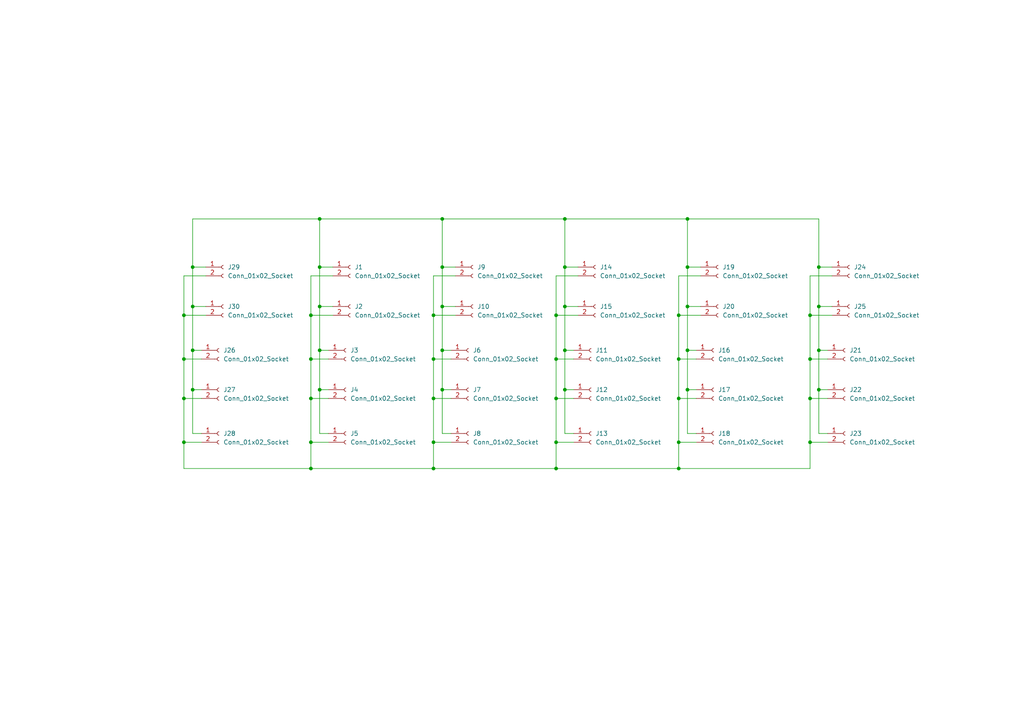
<source format=kicad_sch>
(kicad_sch (version 20250114) (generator "eeschema") (generator_version "9.0")
  (paper "A4")
  (title_block (title "JST Connector Board") (date "2025-08-25") (rev "0"))
  (lib_symbols
    (symbol "Connector:Conn_01x02_Socket" (pin_names (offset 1.016) (hide yes))
      (property "Reference" "J" (at 0 2.54 0))
      (property "Value" "Conn_01x02_Socket" (at 0 -5.08 0))
      (symbol "Conn_01x02_Socket_1_1"
        (polyline (pts (xy -1.27 0) (xy -0.508 0)) (stroke (width 0.1524)))
        (polyline (pts (xy -1.27 -2.54) (xy -0.508 -2.54)) (stroke (width 0.1524)))
        (arc (start 0 -0.508) (mid -0.5058 0) (end 0 0.508) (stroke (width 0.1524)))
        (arc (start 0 -3.048) (mid -0.5058 -2.54) (end 0 -2.032) (stroke (width 0.1524)))
        (pin passive line (at -5.08 0 0) (length 3.81) (name "Pin_1") (number "1"))
        (pin passive line (at -5.08 -2.54 0) (length 3.81) (name "Pin_2") (number "2"))
      )
    )
  )
  (junction (at 199.39 88.9))
  (junction (at 92.71 101.6))
  (junction (at 55.88 113.03))
  (junction (at 90.17 128.27))
  (junction (at 196.85 135.89))
  (junction (at 53.34 128.27))
  (junction (at 196.85 104.14))
  (junction (at 53.34 115.57))
  (junction (at 125.73 135.89))
  (junction (at 55.88 77.47))
  (junction (at 125.73 115.57))
  (junction (at 125.73 104.14))
  (junction (at 161.29 135.89))
  (junction (at 163.83 113.03))
  (junction (at 90.17 115.57))
  (junction (at 237.49 77.47))
  (junction (at 128.27 77.47))
  (junction (at 199.39 77.47))
  (junction (at 125.73 91.44))
  (junction (at 234.95 128.27))
  (junction (at 53.34 104.14))
  (junction (at 163.83 77.47))
  (junction (at 92.71 113.03))
  (junction (at 92.71 88.9))
  (junction (at 163.83 63.5))
  (junction (at 92.71 77.47))
  (junction (at 128.27 113.03))
  (junction (at 161.29 104.14))
  (junction (at 163.83 101.6))
  (junction (at 128.27 88.9))
  (junction (at 196.85 128.27))
  (junction (at 199.39 101.6))
  (junction (at 196.85 91.44))
  (junction (at 128.27 101.6))
  (junction (at 55.88 88.9))
  (junction (at 128.27 63.5))
  (junction (at 125.73 128.27))
  (junction (at 237.49 88.9))
  (junction (at 161.29 115.57))
  (junction (at 234.95 91.44))
  (junction (at 237.49 101.6))
  (junction (at 163.83 88.9))
  (junction (at 53.34 91.44))
  (junction (at 199.39 63.5))
  (junction (at 161.29 128.27))
  (junction (at 90.17 135.89))
  (junction (at 234.95 104.14))
  (junction (at 237.49 113.03))
  (junction (at 199.39 113.03))
  (junction (at 234.95 115.57))
  (junction (at 90.17 91.44))
  (junction (at 55.88 101.6))
  (junction (at 90.17 104.14))
  (junction (at 196.85 115.57))
  (junction (at 92.71 63.5))
  (junction (at 161.29 91.44))
  (wire (pts (xy 125.73 91.44) (xy 125.73 104.14)))
  (wire (pts (xy 234.95 104.14) (xy 234.95 115.57)))
  (wire (pts (xy 53.34 115.57) (xy 58.42 115.57)))
  (wire (pts (xy 161.29 135.89) (xy 196.85 135.89)))
  (wire (pts (xy 90.17 115.57) (xy 90.17 128.27)))
  (wire (pts (xy 196.85 135.89) (xy 234.95 135.89)))
  (wire (pts (xy 53.34 128.27) (xy 58.42 128.27)))
  (wire (pts (xy 125.73 91.44) (xy 132.08 91.44)))
  (wire (pts (xy 234.95 91.44) (xy 241.3 91.44)))
  (wire (pts (xy 128.27 113.03) (xy 128.27 125.73)))
  (wire (pts (xy 161.29 80.01) (xy 161.29 91.44)))
  (wire (pts (xy 92.71 88.9) (xy 92.71 101.6)))
  (wire (pts (xy 53.34 91.44) (xy 59.69 91.44)))
  (wire (pts (xy 96.52 77.47) (xy 92.71 77.47)))
  (wire (pts (xy 241.3 77.47) (xy 237.49 77.47)))
  (wire (pts (xy 59.69 80.01) (xy 53.34 80.01)))
  (wire (pts (xy 161.29 91.44) (xy 161.29 104.14)))
  (wire (pts (xy 203.2 77.47) (xy 199.39 77.47)))
  (wire (pts (xy 128.27 101.6) (xy 130.81 101.6)))
  (wire (pts (xy 92.71 101.6) (xy 92.71 113.03)))
  (wire (pts (xy 90.17 91.44) (xy 96.52 91.44)))
  (wire (pts (xy 196.85 91.44) (xy 196.85 104.14)))
  (wire (pts (xy 163.83 63.5) (xy 199.39 63.5)))
  (wire (pts (xy 199.39 77.47) (xy 199.39 63.5)))
  (wire (pts (xy 55.88 101.6) (xy 58.42 101.6)))
  (wire (pts (xy 161.29 104.14) (xy 166.37 104.14)))
  (wire (pts (xy 53.34 128.27) (xy 53.34 135.89)))
  (wire (pts (xy 234.95 104.14) (xy 240.03 104.14)))
  (wire (pts (xy 199.39 88.9) (xy 203.2 88.9)))
  (wire (pts (xy 167.64 77.47) (xy 163.83 77.47)))
  (wire (pts (xy 53.34 104.14) (xy 58.42 104.14)))
  (wire (pts (xy 234.95 135.89) (xy 234.95 128.27)))
  (wire (pts (xy 55.88 125.73) (xy 58.42 125.73)))
  (wire (pts (xy 199.39 77.47) (xy 199.39 88.9)))
  (wire (pts (xy 234.95 115.57) (xy 240.03 115.57)))
  (wire (pts (xy 92.71 63.5) (xy 92.71 77.47)))
  (wire (pts (xy 163.83 113.03) (xy 163.83 125.73)))
  (wire (pts (xy 163.83 88.9) (xy 167.64 88.9)))
  (wire (pts (xy 196.85 91.44) (xy 203.2 91.44)))
  (wire (pts (xy 90.17 115.57) (xy 95.25 115.57)))
  (wire (pts (xy 92.71 113.03) (xy 92.71 125.73)))
  (wire (pts (xy 55.88 77.47) (xy 55.88 63.5)))
  (wire (pts (xy 96.52 80.01) (xy 90.17 80.01)))
  (wire (pts (xy 55.88 113.03) (xy 58.42 113.03)))
  (wire (pts (xy 53.34 135.89) (xy 90.17 135.89)))
  (wire (pts (xy 128.27 63.5) (xy 128.27 77.47)))
  (wire (pts (xy 161.29 91.44) (xy 167.64 91.44)))
  (wire (pts (xy 199.39 113.03) (xy 201.93 113.03)))
  (wire (pts (xy 53.34 91.44) (xy 53.34 104.14)))
  (wire (pts (xy 237.49 113.03) (xy 240.03 113.03)))
  (wire (pts (xy 163.83 77.47) (xy 163.83 88.9)))
  (wire (pts (xy 92.71 77.47) (xy 92.71 88.9)))
  (wire (pts (xy 132.08 77.47) (xy 128.27 77.47)))
  (wire (pts (xy 125.73 115.57) (xy 125.73 128.27)))
  (wire (pts (xy 161.29 115.57) (xy 166.37 115.57)))
  (wire (pts (xy 55.88 101.6) (xy 55.88 113.03)))
  (wire (pts (xy 132.08 80.01) (xy 125.73 80.01)))
  (wire (pts (xy 59.69 77.47) (xy 55.88 77.47)))
  (wire (pts (xy 237.49 88.9) (xy 237.49 101.6)))
  (wire (pts (xy 161.29 128.27) (xy 161.29 135.89)))
  (wire (pts (xy 90.17 80.01) (xy 90.17 91.44)))
  (wire (pts (xy 234.95 80.01) (xy 234.95 91.44)))
  (wire (pts (xy 125.73 128.27) (xy 125.73 135.89)))
  (wire (pts (xy 199.39 125.73) (xy 201.93 125.73)))
  (wire (pts (xy 128.27 77.47) (xy 128.27 88.9)))
  (wire (pts (xy 237.49 88.9) (xy 241.3 88.9)))
  (wire (pts (xy 53.34 115.57) (xy 53.34 128.27)))
  (wire (pts (xy 161.29 104.14) (xy 161.29 115.57)))
  (wire (pts (xy 237.49 63.5) (xy 237.49 77.47)))
  (wire (pts (xy 128.27 101.6) (xy 128.27 113.03)))
  (wire (pts (xy 128.27 113.03) (xy 130.81 113.03)))
  (wire (pts (xy 234.95 115.57) (xy 234.95 128.27)))
  (wire (pts (xy 237.49 101.6) (xy 237.49 113.03)))
  (wire (pts (xy 199.39 101.6) (xy 201.93 101.6)))
  (wire (pts (xy 90.17 91.44) (xy 90.17 104.14)))
  (wire (pts (xy 234.95 91.44) (xy 234.95 104.14)))
  (wire (pts (xy 128.27 125.73) (xy 130.81 125.73)))
  (wire (pts (xy 92.71 63.5) (xy 128.27 63.5)))
  (wire (pts (xy 196.85 104.14) (xy 201.93 104.14)))
  (wire (pts (xy 163.83 113.03) (xy 166.37 113.03)))
  (wire (pts (xy 125.73 115.57) (xy 130.81 115.57)))
  (wire (pts (xy 92.71 101.6) (xy 95.25 101.6)))
  (wire (pts (xy 199.39 101.6) (xy 199.39 113.03)))
  (wire (pts (xy 125.73 128.27) (xy 130.81 128.27)))
  (wire (pts (xy 53.34 80.01) (xy 53.34 91.44)))
  (wire (pts (xy 125.73 104.14) (xy 125.73 115.57)))
  (wire (pts (xy 163.83 125.73) (xy 166.37 125.73)))
  (wire (pts (xy 237.49 113.03) (xy 237.49 125.73)))
  (wire (pts (xy 90.17 128.27) (xy 95.25 128.27)))
  (wire (pts (xy 125.73 135.89) (xy 161.29 135.89)))
  (wire (pts (xy 128.27 63.5) (xy 163.83 63.5)))
  (wire (pts (xy 199.39 88.9) (xy 199.39 101.6)))
  (wire (pts (xy 128.27 88.9) (xy 128.27 101.6)))
  (wire (pts (xy 167.64 80.01) (xy 161.29 80.01)))
  (wire (pts (xy 92.71 113.03) (xy 95.25 113.03)))
  (wire (pts (xy 241.3 80.01) (xy 234.95 80.01)))
  (wire (pts (xy 196.85 115.57) (xy 201.93 115.57)))
  (wire (pts (xy 163.83 63.5) (xy 163.83 77.47)))
  (wire (pts (xy 90.17 135.89) (xy 125.73 135.89)))
  (wire (pts (xy 125.73 80.01) (xy 125.73 91.44)))
  (wire (pts (xy 53.34 104.14) (xy 53.34 115.57)))
  (wire (pts (xy 90.17 104.14) (xy 90.17 115.57)))
  (wire (pts (xy 55.88 88.9) (xy 55.88 101.6)))
  (wire (pts (xy 90.17 104.14) (xy 95.25 104.14)))
  (wire (pts (xy 237.49 125.73) (xy 240.03 125.73)))
  (wire (pts (xy 163.83 101.6) (xy 163.83 113.03)))
  (wire (pts (xy 199.39 113.03) (xy 199.39 125.73)))
  (wire (pts (xy 196.85 128.27) (xy 201.93 128.27)))
  (wire (pts (xy 199.39 63.5) (xy 237.49 63.5)))
  (wire (pts (xy 92.71 88.9) (xy 96.52 88.9)))
  (wire (pts (xy 163.83 101.6) (xy 166.37 101.6)))
  (wire (pts (xy 234.95 128.27) (xy 240.03 128.27)))
  (wire (pts (xy 92.71 125.73) (xy 95.25 125.73)))
  (wire (pts (xy 196.85 80.01) (xy 196.85 91.44)))
  (wire (pts (xy 196.85 104.14) (xy 196.85 115.57)))
  (wire (pts (xy 203.2 80.01) (xy 196.85 80.01)))
  (wire (pts (xy 128.27 88.9) (xy 132.08 88.9)))
  (wire (pts (xy 237.49 101.6) (xy 240.03 101.6)))
  (wire (pts (xy 161.29 128.27) (xy 166.37 128.27)))
  (wire (pts (xy 161.29 115.57) (xy 161.29 128.27)))
  (wire (pts (xy 90.17 128.27) (xy 90.17 135.89)))
  (wire (pts (xy 163.83 88.9) (xy 163.83 101.6)))
  (wire (pts (xy 55.88 77.47) (xy 55.88 88.9)))
  (wire (pts (xy 55.88 113.03) (xy 55.88 125.73)))
  (wire (pts (xy 55.88 88.9) (xy 59.69 88.9)))
  (wire (pts (xy 196.85 115.57) (xy 196.85 128.27)))
  (wire (pts (xy 55.88 63.5) (xy 92.71 63.5)))
  (wire (pts (xy 237.49 77.47) (xy 237.49 88.9)))
  (wire (pts (xy 125.73 104.14) (xy 130.81 104.14)))
  (wire (pts (xy 196.85 128.27) (xy 196.85 135.89)))
  (symbol (lib_id "Connector:Conn_01x02_Socket") (at 171.45 101.6 0) (unit 1)
    (property "Reference" "J11" (at 172.72 101.5999 0) (effects (justify left)))
    (property "Value" "Conn_01x02_Socket" (at 172.72 104.1399 0) (effects (justify left)))
    (property "Footprint" "Custom:JST_Custom_Cursed" (effects (hide yes)))
    (property "Description" "Generic connector, single row, 01x02, script generated" (effects (hide yes)))
  )
  (symbol (lib_id "Connector:Conn_01x02_Socket") (at 100.33 101.6 0) (unit 1)
    (property "Reference" "J3" (at 101.6 101.5999 0) (effects (justify left)))
    (property "Value" "Conn_01x02_Socket" (at 101.6 104.1399 0) (effects (justify left)))
    (property "Footprint" "Custom:JST_Custom_Cursed" (effects (hide yes)))
    (property "Description" "Generic connector, single row, 01x02, script generated" (effects (hide yes)))
  )
  (symbol (lib_id "Connector:Conn_01x02_Socket") (at 100.33 113.03 0) (unit 1)
    (property "Reference" "J4" (at 101.6 113.0299 0) (effects (justify left)))
    (property "Value" "Conn_01x02_Socket" (at 101.6 115.5699 0) (effects (justify left)))
    (property "Footprint" "Custom:JST_Custom_Cursed" (effects (hide yes)))
    (property "Description" "Generic connector, single row, 01x02, script generated" (effects (hide yes)))
  )
  (symbol (lib_id "Connector:Conn_01x02_Socket") (at 245.11 101.6 0) (unit 1)
    (property "Reference" "J21" (at 246.38 101.5999 0) (effects (justify left)))
    (property "Value" "Conn_01x02_Socket" (at 246.38 104.1399 0) (effects (justify left)))
    (property "Footprint" "Custom:JST_Custom_Cursed" (effects (hide yes)))
    (property "Description" "Generic connector, single row, 01x02, script generated" (effects (hide yes)))
  )
  (symbol (lib_id "Connector:Conn_01x02_Socket") (at 137.16 77.47 0) (unit 1)
    (property "Reference" "J9" (at 138.43 77.4699 0) (effects (justify left)))
    (property "Value" "Conn_01x02_Socket" (at 138.43 80.0099 0) (effects (justify left)))
    (property "Footprint" "Custom:JST_Custom_Cursed" (effects (hide yes)))
    (property "Description" "Generic connector, single row, 01x02, script generated" (effects (hide yes)))
  )
  (symbol (lib_id "Connector:Conn_01x02_Socket") (at 100.33 125.73 0) (unit 1)
    (property "Reference" "J5" (at 101.6 125.7299 0) (effects (justify left)))
    (property "Value" "Conn_01x02_Socket" (at 101.6 128.2699 0) (effects (justify left)))
    (property "Footprint" "Custom:JST_Custom_Cursed" (effects (hide yes)))
    (property "Description" "Generic connector, single row, 01x02, script generated" (effects (hide yes)))
  )
  (symbol (lib_id "Connector:Conn_01x02_Socket") (at 208.28 88.9 0) (unit 1)
    (property "Reference" "J20" (at 209.55 88.8999 0) (effects (justify left)))
    (property "Value" "Conn_01x02_Socket" (at 209.55 91.4399 0) (effects (justify left)))
    (property "Footprint" "Custom:JST_Custom_Cursed" (effects (hide yes)))
    (property "Description" "Generic connector, single row, 01x02, script generated" (effects (hide yes)))
  )
  (symbol (lib_id "Connector:Conn_01x02_Socket") (at 63.5 125.73 0) (unit 1)
    (property "Reference" "J28" (at 64.77 125.7299 0) (effects (justify left)))
    (property "Value" "Conn_01x02_Socket" (at 64.77 128.2699 0) (effects (justify left)))
    (property "Footprint" "Custom:JST_Custom_Cursed" (effects (hide yes)))
    (property "Description" "Generic connector, single row, 01x02, script generated" (effects (hide yes)))
  )
  (symbol (lib_id "Connector:Conn_01x02_Socket") (at 63.5 101.6 0) (unit 1)
    (property "Reference" "J26" (at 64.77 101.5999 0) (effects (justify left)))
    (property "Value" "Conn_01x02_Socket" (at 64.77 104.1399 0) (effects (justify left)))
    (property "Footprint" "Custom:JST_Custom_Cursed" (effects (hide yes)))
    (property "Description" "Generic connector, single row, 01x02, script generated" (effects (hide yes)))
  )
  (symbol (lib_id "Connector:Conn_01x02_Socket") (at 101.6 88.9 0) (unit 1)
    (property "Reference" "J2" (at 102.87 88.8999 0) (effects (justify left)))
    (property "Value" "Conn_01x02_Socket" (at 102.87 91.4399 0) (effects (justify left)))
    (property "Footprint" "Custom:JST_Custom_Cursed" (effects (hide yes)))
    (property "Description" "Generic connector, single row, 01x02, script generated" (effects (hide yes)))
  )
  (symbol (lib_id "Connector:Conn_01x02_Socket") (at 137.16 88.9 0) (unit 1)
    (property "Reference" "J10" (at 138.43 88.8999 0) (effects (justify left)))
    (property "Value" "Conn_01x02_Socket" (at 138.43 91.4399 0) (effects (justify left)))
    (property "Footprint" "Custom:JST_Custom_Cursed" (effects (hide yes)))
    (property "Description" "Generic connector, single row, 01x02, script generated" (effects (hide yes)))
  )
  (symbol (lib_id "Connector:Conn_01x02_Socket") (at 171.45 113.03 0) (unit 1)
    (property "Reference" "J12" (at 172.72 113.0299 0) (effects (justify left)))
    (property "Value" "Conn_01x02_Socket" (at 172.72 115.5699 0) (effects (justify left)))
    (property "Footprint" "Custom:JST_Custom_Cursed" (effects (hide yes)))
    (property "Description" "Generic connector, single row, 01x02, script generated" (effects (hide yes)))
  )
  (symbol (lib_id "Connector:Conn_01x02_Socket") (at 172.72 77.47 0) (unit 1)
    (property "Reference" "J14" (at 173.99 77.4699 0) (effects (justify left)))
    (property "Value" "Conn_01x02_Socket" (at 173.99 80.0099 0) (effects (justify left)))
    (property "Footprint" "Custom:JST_Custom_Cursed" (effects (hide yes)))
    (property "Description" "Generic connector, single row, 01x02, script generated" (effects (hide yes)))
  )
  (symbol (lib_id "Connector:Conn_01x02_Socket") (at 101.6 77.47 0) (unit 1)
    (property "Reference" "J1" (at 102.87 77.4699 0) (effects (justify left)))
    (property "Value" "Conn_01x02_Socket" (at 102.87 80.0099 0) (effects (justify left)))
    (property "Footprint" "Custom:JST_Custom_Cursed" (effects (hide yes)))
    (property "Description" "Generic connector, single row, 01x02, script generated" (effects (hide yes)))
  )
  (symbol (lib_id "Connector:Conn_01x02_Socket") (at 245.11 113.03 0) (unit 1)
    (property "Reference" "J22" (at 246.38 113.0299 0) (effects (justify left)))
    (property "Value" "Conn_01x02_Socket" (at 246.38 115.5699 0) (effects (justify left)))
    (property "Footprint" "Custom:JST_Custom_Cursed" (effects (hide yes)))
    (property "Description" "Generic connector, single row, 01x02, script generated" (effects (hide yes)))
  )
  (symbol (lib_id "Connector:Conn_01x02_Socket") (at 207.01 125.73 0) (unit 1)
    (property "Reference" "J18" (at 208.28 125.7299 0) (effects (justify left)))
    (property "Value" "Conn_01x02_Socket" (at 208.28 128.2699 0) (effects (justify left)))
    (property "Footprint" "Custom:JST_Custom_Cursed" (effects (hide yes)))
    (property "Description" "Generic connector, single row, 01x02, script generated" (effects (hide yes)))
  )
  (symbol (lib_id "Connector:Conn_01x02_Socket") (at 208.28 77.47 0) (unit 1)
    (property "Reference" "J19" (at 209.55 77.4699 0) (effects (justify left)))
    (property "Value" "Conn_01x02_Socket" (at 209.55 80.0099 0) (effects (justify left)))
    (property "Footprint" "Custom:JST_Custom_Cursed" (effects (hide yes)))
    (property "Description" "Generic connector, single row, 01x02, script generated" (effects (hide yes)))
  )
  (symbol (lib_id "Connector:Conn_01x02_Socket") (at 245.11 125.73 0) (unit 1)
    (property "Reference" "J23" (at 246.38 125.7299 0) (effects (justify left)))
    (property "Value" "Conn_01x02_Socket" (at 246.38 128.2699 0) (effects (justify left)))
    (property "Footprint" "Custom:JST_Custom_Cursed" (effects (hide yes)))
    (property "Description" "Generic connector, single row, 01x02, script generated" (effects (hide yes)))
  )
  (symbol (lib_id "Connector:Conn_01x02_Socket") (at 246.38 88.9 0) (unit 1)
    (property "Reference" "J25" (at 247.65 88.8999 0) (effects (justify left)))
    (property "Value" "Conn_01x02_Socket" (at 247.65 91.4399 0) (effects (justify left)))
    (property "Footprint" "Custom:JST_Custom_Cursed" (effects (hide yes)))
    (property "Description" "Generic connector, single row, 01x02, script generated" (effects (hide yes)))
  )
  (symbol (lib_id "Connector:Conn_01x02_Socket") (at 172.72 88.9 0) (unit 1)
    (property "Reference" "J15" (at 173.99 88.8999 0) (effects (justify left)))
    (property "Value" "Conn_01x02_Socket" (at 173.99 91.4399 0) (effects (justify left)))
    (property "Footprint" "Custom:JST_Custom_Cursed" (effects (hide yes)))
    (property "Description" "Generic connector, single row, 01x02, script generated" (effects (hide yes)))
  )
  (symbol (lib_id "Connector:Conn_01x02_Socket") (at 246.38 77.47 0) (unit 1)
    (property "Reference" "J24" (at 247.65 77.4699 0) (effects (justify left)))
    (property "Value" "Conn_01x02_Socket" (at 247.65 80.0099 0) (effects (justify left)))
    (property "Footprint" "Custom:JST_Custom_Cursed" (effects (hide yes)))
    (property "Description" "Generic connector, single row, 01x02, script generated" (effects (hide yes)))
  )
  (symbol (lib_id "Connector:Conn_01x02_Socket") (at 64.77 88.9 0) (unit 1)
    (property "Reference" "J30" (at 66.04 88.8999 0) (effects (justify left)))
    (property "Value" "Conn_01x02_Socket" (at 66.04 91.4399 0) (effects (justify left)))
    (property "Footprint" "Custom:JST_Custom_Cursed" (effects (hide yes)))
    (property "Description" "Generic connector, single row, 01x02, script generated" (effects (hide yes)))
  )
  (symbol (lib_id "Connector:Conn_01x02_Socket") (at 171.45 125.73 0) (unit 1)
    (property "Reference" "J13" (at 172.72 125.7299 0) (effects (justify left)))
    (property "Value" "Conn_01x02_Socket" (at 172.72 128.2699 0) (effects (justify left)))
    (property "Footprint" "Custom:JST_Custom_Cursed" (effects (hide yes)))
    (property "Description" "Generic connector, single row, 01x02, script generated" (effects (hide yes)))
  )
  (symbol (lib_id "Connector:Conn_01x02_Socket") (at 135.89 125.73 0) (unit 1)
    (property "Reference" "J8" (at 137.16 125.7299 0) (effects (justify left)))
    (property "Value" "Conn_01x02_Socket" (at 137.16 128.2699 0) (effects (justify left)))
    (property "Footprint" "Custom:JST_Custom_Cursed" (effects (hide yes)))
    (property "Description" "Generic connector, single row, 01x02, script generated" (effects (hide yes)))
  )
  (symbol (lib_id "Connector:Conn_01x02_Socket") (at 207.01 101.6 0) (unit 1)
    (property "Reference" "J16" (at 208.28 101.5999 0) (effects (justify left)))
    (property "Value" "Conn_01x02_Socket" (at 208.28 104.1399 0) (effects (justify left)))
    (property "Footprint" "Custom:JST_Custom_Cursed" (effects (hide yes)))
    (property "Description" "Generic connector, single row, 01x02, script generated" (effects (hide yes)))
  )
  (symbol (lib_id "Connector:Conn_01x02_Socket") (at 63.5 113.03 0) (unit 1)
    (property "Reference" "J27" (at 64.77 113.0299 0) (effects (justify left)))
    (property "Value" "Conn_01x02_Socket" (at 64.77 115.5699 0) (effects (justify left)))
    (property "Footprint" "Custom:JST_Custom_Cursed" (effects (hide yes)))
    (property "Description" "Generic connector, single row, 01x02, script generated" (effects (hide yes)))
  )
  (symbol (lib_id "Connector:Conn_01x02_Socket") (at 207.01 113.03 0) (unit 1)
    (property "Reference" "J17" (at 208.28 113.0299 0) (effects (justify left)))
    (property "Value" "Conn_01x02_Socket" (at 208.28 115.5699 0) (effects (justify left)))
    (property "Footprint" "Custom:JST_Custom_Cursed" (effects (hide yes)))
    (property "Description" "Generic connector, single row, 01x02, script generated" (effects (hide yes)))
  )
  (symbol (lib_id "Connector:Conn_01x02_Socket") (at 64.77 77.47 0) (unit 1)
    (property "Reference" "J29" (at 66.04 77.4699 0) (effects (justify left)))
    (property "Value" "Conn_01x02_Socket" (at 66.04 80.0099 0) (effects (justify left)))
    (property "Footprint" "Custom:JST_Custom_Cursed" (effects (hide yes)))
    (property "Description" "Generic connector, single row, 01x02, script generated" (effects (hide yes)))
  )
  (symbol (lib_id "Connector:Conn_01x02_Socket") (at 135.89 113.03 0) (unit 1)
    (property "Reference" "J7" (at 137.16 113.0299 0) (effects (justify left)))
    (property "Value" "Conn_01x02_Socket" (at 137.16 115.5699 0) (effects (justify left)))
    (property "Footprint" "Custom:JST_Custom_Cursed" (effects (hide yes)))
    (property "Description" "Generic connector, single row, 01x02, script generated" (effects (hide yes)))
  )
  (symbol (lib_id "Connector:Conn_01x02_Socket") (at 135.89 101.6 0) (unit 1)
    (property "Reference" "J6" (at 137.16 101.5999 0) (effects (justify left)))
    (property "Value" "Conn_01x02_Socket" (at 137.16 104.1399 0) (effects (justify left)))
    (property "Footprint" "Custom:JST_Custom_Cursed" (effects (hide yes)))
    (property "Description" "Generic connector, single row, 01x02, script generated" (effects (hide yes)))
  )
)
</source>
